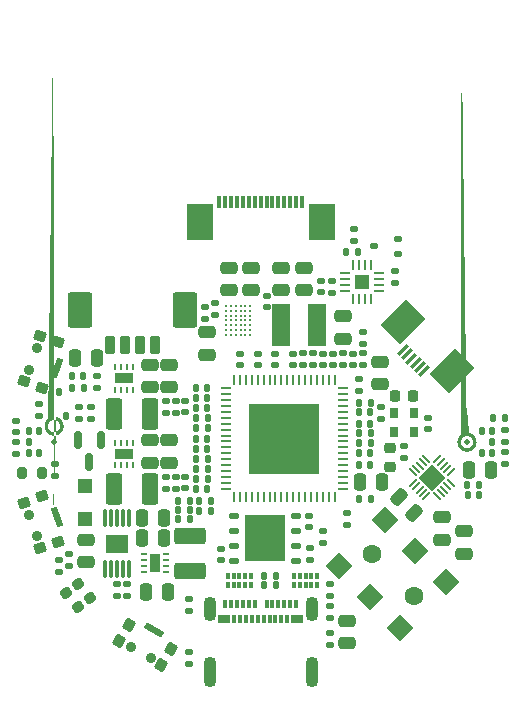
<source format=gbr>
%TF.GenerationSoftware,KiCad,Pcbnew,8.0.1*%
%TF.CreationDate,2024-05-06T13:43:09-07:00*%
%TF.ProjectId,girlvoice,6769726c-766f-4696-9365-2e6b69636164,rev?*%
%TF.SameCoordinates,Original*%
%TF.FileFunction,Soldermask,Top*%
%TF.FilePolarity,Negative*%
%FSLAX46Y46*%
G04 Gerber Fmt 4.6, Leading zero omitted, Abs format (unit mm)*
G04 Created by KiCad (PCBNEW 8.0.1) date 2024-05-06 13:43:09*
%MOMM*%
%LPD*%
G01*
G04 APERTURE LIST*
G04 Aperture macros list*
%AMRoundRect*
0 Rectangle with rounded corners*
0 $1 Rounding radius*
0 $2 $3 $4 $5 $6 $7 $8 $9 X,Y pos of 4 corners*
0 Add a 4 corners polygon primitive as box body*
4,1,4,$2,$3,$4,$5,$6,$7,$8,$9,$2,$3,0*
0 Add four circle primitives for the rounded corners*
1,1,$1+$1,$2,$3*
1,1,$1+$1,$4,$5*
1,1,$1+$1,$6,$7*
1,1,$1+$1,$8,$9*
0 Add four rect primitives between the rounded corners*
20,1,$1+$1,$2,$3,$4,$5,0*
20,1,$1+$1,$4,$5,$6,$7,0*
20,1,$1+$1,$6,$7,$8,$9,0*
20,1,$1+$1,$8,$9,$2,$3,0*%
%AMRotRect*
0 Rectangle, with rotation*
0 The origin of the aperture is its center*
0 $1 length*
0 $2 width*
0 $3 Rotation angle, in degrees counterclockwise*
0 Add horizontal line*
21,1,$1,$2,0,0,$3*%
%AMFreePoly0*
4,1,53,0.180687,1.453641,0.352314,1.393587,0.506274,1.296847,0.634847,1.168274,0.731587,1.014314,0.791641,0.842687,0.812000,0.662000,0.791641,0.481313,0.731587,0.309686,0.634847,0.155726,0.506274,0.027153,0.352314,-0.069587,0.180687,-0.129641,0.000000,-0.150000,-0.180687,-0.129641,-0.352314,-0.069587,-0.506274,0.027153,-0.634847,0.155726,-0.731587,0.309686,-0.791641,0.481313,
-0.812000,0.662000,-0.517265,0.662000,-0.496312,0.516270,-0.435151,0.382345,-0.338737,0.271077,-0.214880,0.191479,-0.073614,0.150000,0.073614,0.150000,0.214880,0.191479,0.338737,0.271077,0.435151,0.382345,0.496312,0.516270,0.517265,0.662000,0.496312,0.807730,0.435151,0.941655,0.338737,1.052923,0.214880,1.132521,0.073614,1.174000,-0.073614,1.174000,-0.214880,1.132521,
-0.338737,1.052923,-0.435151,0.941655,-0.496312,0.807730,-0.517265,0.662000,-0.812000,0.662000,-0.791641,0.842687,-0.731587,1.014314,-0.634847,1.168274,-0.506274,1.296847,-0.352314,1.393587,-0.180687,1.453641,0.000000,1.474000,0.180687,1.453641,0.180687,1.453641,$1*%
G04 Aperture macros list end*
%ADD10RoundRect,0.250001X-0.462499X-1.074999X0.462499X-1.074999X0.462499X1.074999X-0.462499X1.074999X0*%
%ADD11RoundRect,0.135000X-0.185000X0.135000X-0.185000X-0.135000X0.185000X-0.135000X0.185000X0.135000X0*%
%ADD12RoundRect,0.250000X0.250000X0.475000X-0.250000X0.475000X-0.250000X-0.475000X0.250000X-0.475000X0*%
%ADD13RoundRect,0.200000X0.200000X0.600000X-0.200000X0.600000X-0.200000X-0.600000X0.200000X-0.600000X0*%
%ADD14RoundRect,0.250001X0.799999X1.249999X-0.799999X1.249999X-0.799999X-1.249999X0.799999X-1.249999X0*%
%ADD15RoundRect,0.135000X0.135000X0.185000X-0.135000X0.185000X-0.135000X-0.185000X0.135000X-0.185000X0*%
%ADD16RoundRect,0.250000X0.512652X0.159099X0.159099X0.512652X-0.512652X-0.159099X-0.159099X-0.512652X0*%
%ADD17RoundRect,0.250000X0.475000X-0.250000X0.475000X0.250000X-0.475000X0.250000X-0.475000X-0.250000X0*%
%ADD18RoundRect,0.140000X-0.170000X0.140000X-0.170000X-0.140000X0.170000X-0.140000X0.170000X0.140000X0*%
%ADD19RoundRect,0.135000X0.185000X-0.135000X0.185000X0.135000X-0.185000X0.135000X-0.185000X-0.135000X0*%
%ADD20RoundRect,0.140000X0.170000X-0.140000X0.170000X0.140000X-0.170000X0.140000X-0.170000X-0.140000X0*%
%ADD21RoundRect,0.218750X0.218750X0.256250X-0.218750X0.256250X-0.218750X-0.256250X0.218750X-0.256250X0*%
%ADD22C,0.900000*%
%ADD23RoundRect,0.135000X-0.450724X0.171166X-0.235251X-0.420841X0.450724X-0.171166X0.235251X0.420841X0*%
%ADD24RoundRect,0.082500X-0.443391X0.655375X0.081610X-0.787053X0.443391X-0.655375X-0.081610X0.787053X0*%
%ADD25RoundRect,0.200000X-0.200000X-0.275000X0.200000X-0.275000X0.200000X0.275000X-0.200000X0.275000X0*%
%ADD26RoundRect,0.075000X-0.075000X-0.200000X0.075000X-0.200000X0.075000X0.200000X-0.075000X0.200000X0*%
%ADD27R,1.200000X1.200000*%
%ADD28RoundRect,0.135000X-0.135000X-0.185000X0.135000X-0.185000X0.135000X0.185000X-0.135000X0.185000X0*%
%ADD29C,0.500000*%
%ADD30RoundRect,0.130500X-0.130500X0.169500X-0.130500X-0.169500X0.130500X-0.169500X0.130500X0.169500X0*%
%ADD31FreePoly0,0.000000*%
%ADD32RoundRect,0.140000X0.140000X0.170000X-0.140000X0.170000X-0.140000X-0.170000X0.140000X-0.170000X0*%
%ADD33RoundRect,0.218750X0.336909X-0.002858X0.055689X0.332287X-0.336909X0.002858X-0.055689X-0.332287X0*%
%ADD34RoundRect,0.112500X-0.112500X-0.237500X0.112500X-0.237500X0.112500X0.237500X-0.112500X0.237500X0*%
%ADD35RoundRect,0.140000X-0.140000X-0.170000X0.140000X-0.170000X0.140000X0.170000X-0.140000X0.170000X0*%
%ADD36RoundRect,0.250000X-0.475000X0.250000X-0.475000X-0.250000X0.475000X-0.250000X0.475000X0.250000X0*%
%ADD37RoundRect,0.062500X0.062500X-0.187500X0.062500X0.187500X-0.062500X0.187500X-0.062500X-0.187500X0*%
%ADD38R,1.600000X0.900000*%
%ADD39C,0.320000*%
%ADD40O,0.210000X0.320000*%
%ADD41O,0.320000X0.210000*%
%ADD42RoundRect,0.125000X0.262500X0.125000X-0.262500X0.125000X-0.262500X-0.125000X0.262500X-0.125000X0*%
%ADD43R,3.400000X4.000000*%
%ADD44RoundRect,0.075000X0.075000X-0.650000X0.075000X0.650000X-0.075000X0.650000X-0.075000X-0.650000X0*%
%ADD45R,1.880000X1.570000*%
%ADD46RoundRect,0.130500X0.130500X-0.169500X0.130500X0.169500X-0.130500X0.169500X-0.130500X-0.169500X0*%
%ADD47FreePoly0,180.000000*%
%ADD48RoundRect,0.250000X-0.250000X-0.475000X0.250000X-0.475000X0.250000X0.475000X-0.250000X0.475000X0*%
%ADD49RoundRect,0.135000X-0.235251X0.420841X-0.450724X-0.171166X0.235251X-0.420841X0.450724X0.171166X0*%
%ADD50RoundRect,0.082500X0.081610X0.787053X-0.443391X-0.655375X-0.081610X-0.787053X0.443391X0.655375X0*%
%ADD51RotRect,0.300000X1.100000X135.000000*%
%ADD52RotRect,2.300000X3.100000X135.000000*%
%ADD53RoundRect,0.135000X-0.455298X-0.158599X0.090298X-0.473599X0.455298X0.158599X-0.090298X0.473599X0*%
%ADD54RoundRect,0.082500X-0.760924X0.217040X0.568424X-0.550460X0.760924X-0.217040X-0.568424X0.550460X0*%
%ADD55R,0.300000X1.100000*%
%ADD56R,2.300000X3.100000*%
%ADD57R,0.650000X0.850000*%
%ADD58C,1.600000*%
%ADD59RotRect,1.600000X1.600000X225.000000*%
%ADD60RoundRect,0.112500X0.237500X-0.112500X0.237500X0.112500X-0.237500X0.112500X-0.237500X-0.112500X0*%
%ADD61R,1.500000X3.600000*%
%ADD62R,0.300000X0.700000*%
%ADD63R,1.000000X0.700000*%
%ADD64O,1.100000X2.100000*%
%ADD65O,1.100000X2.600000*%
%ADD66RoundRect,0.062500X0.375000X0.062500X-0.375000X0.062500X-0.375000X-0.062500X0.375000X-0.062500X0*%
%ADD67RoundRect,0.062500X0.062500X0.375000X-0.062500X0.375000X-0.062500X-0.375000X0.062500X-0.375000X0*%
%ADD68R,6.000000X6.000000*%
%ADD69RoundRect,0.218750X-0.256250X0.218750X-0.256250X-0.218750X0.256250X-0.218750X0.256250X0.218750X0*%
%ADD70RoundRect,0.062500X0.187500X0.062500X-0.187500X0.062500X-0.187500X-0.062500X0.187500X-0.062500X0*%
%ADD71R,0.900000X1.600000*%
%ADD72RoundRect,0.050000X-0.229810X-0.300520X0.300520X0.229810X0.229810X0.300520X-0.300520X-0.229810X0*%
%ADD73RoundRect,0.050000X0.229810X-0.300520X0.300520X-0.229810X-0.229810X0.300520X-0.300520X0.229810X0*%
%ADD74RotRect,1.650000X1.650000X45.000000*%
%ADD75RoundRect,0.150000X-0.150000X0.587500X-0.150000X-0.587500X0.150000X-0.587500X0.150000X0.587500X0*%
%ADD76RoundRect,0.250001X1.074999X-0.462499X1.074999X0.462499X-1.074999X0.462499X-1.074999X-0.462499X0*%
%ADD77RoundRect,0.062500X-0.062500X0.350000X-0.062500X-0.350000X0.062500X-0.350000X0.062500X0.350000X0*%
%ADD78RoundRect,0.062500X-0.350000X0.062500X-0.350000X-0.062500X0.350000X-0.062500X0.350000X0.062500X0*%
%ADD79R,1.230000X1.230000*%
G04 APERTURE END LIST*
D10*
%TO.C,L2*%
X87612500Y-97600000D03*
X90587500Y-97600000D03*
%TD*%
D11*
%TO.C,R7*%
X108650000Y-90640000D03*
X108650000Y-91660000D03*
%TD*%
D12*
%TO.C,C8*%
X86150000Y-92900000D03*
X84250000Y-92900000D03*
%TD*%
D13*
%TO.C,J2*%
X91025000Y-91750000D03*
X89775000Y-91750000D03*
X88525000Y-91750000D03*
X87275000Y-91750000D03*
D14*
X93575000Y-88850000D03*
X84725000Y-88850000D03*
%TD*%
D15*
%TO.C,R50*%
X95810000Y-104950000D03*
X94790000Y-104950000D03*
%TD*%
D16*
%TO.C,C49*%
X113021751Y-106021751D03*
X111678249Y-104678249D03*
%TD*%
D17*
%TO.C,C50*%
X117200000Y-109450000D03*
X117200000Y-107550000D03*
%TD*%
D18*
%TO.C,C23*%
X93600000Y-102970000D03*
X93600000Y-103930000D03*
%TD*%
D17*
%TO.C,C39*%
X85200000Y-110150000D03*
X85200000Y-108250000D03*
%TD*%
D19*
%TO.C,R26*%
X106000000Y-87360000D03*
X106000000Y-86340000D03*
%TD*%
D20*
%TO.C,C28*%
X99750000Y-93480000D03*
X99750000Y-92520000D03*
%TD*%
D12*
%TO.C,C42*%
X91850000Y-108100000D03*
X89950000Y-108100000D03*
%TD*%
D18*
%TO.C,C32*%
X114150000Y-97920000D03*
X114150000Y-98880000D03*
%TD*%
D21*
%TO.C,D5*%
X112937500Y-96100000D03*
X111362500Y-96100000D03*
%TD*%
D22*
%TO.C,SW3*%
X80361761Y-106140315D03*
X81028700Y-107972715D03*
D23*
X81450614Y-104600014D03*
X82852895Y-108452754D03*
X79947105Y-105147246D03*
X81349386Y-108999986D03*
D24*
X82739062Y-106312622D03*
%TD*%
D20*
%TO.C,C41*%
X105100000Y-87330000D03*
X105100000Y-86370000D03*
%TD*%
D10*
%TO.C,L1*%
X87612500Y-103950000D03*
X90587500Y-103950000D03*
%TD*%
D25*
%TO.C,R35*%
X79825000Y-102650000D03*
X81475000Y-102650000D03*
%TD*%
D11*
%TO.C,R4*%
X105250000Y-107490000D03*
X105250000Y-108510000D03*
%TD*%
D19*
%TO.C,R27*%
X88700000Y-113010000D03*
X88700000Y-111990000D03*
%TD*%
%TO.C,R28*%
X107900000Y-83010000D03*
X107900000Y-81990000D03*
%TD*%
D26*
%TO.C,U10*%
X97200000Y-112085000D03*
X97700000Y-112085000D03*
X98200000Y-112085000D03*
X98700000Y-112085000D03*
X99200000Y-112085000D03*
X99200000Y-111315000D03*
X98700000Y-111315000D03*
X98200000Y-111315000D03*
X97700000Y-111315000D03*
X97200000Y-111315000D03*
%TD*%
D27*
%TO.C,D4*%
X85150000Y-103725000D03*
X85150000Y-106525000D03*
%TD*%
D28*
%TO.C,R2*%
X94490000Y-98000000D03*
X95510000Y-98000000D03*
%TD*%
D19*
%TO.C,R10*%
X85600000Y-98010000D03*
X85600000Y-96990000D03*
%TD*%
D11*
%TO.C,R34*%
X96150000Y-88190000D03*
X96150000Y-89210000D03*
%TD*%
D20*
%TO.C,C9*%
X98250000Y-93480000D03*
X98250000Y-92520000D03*
%TD*%
%TO.C,C54*%
X79300000Y-99180000D03*
X79300000Y-98220000D03*
%TD*%
D18*
%TO.C,C31*%
X82550000Y-101870000D03*
X82550000Y-102830000D03*
%TD*%
D29*
%TO.C,MK2*%
X117500000Y-100000000D03*
D30*
X119574000Y-99100000D03*
X118752000Y-99100000D03*
D31*
X117500000Y-100662000D03*
D30*
X118752000Y-100900000D03*
X119574000Y-100900000D03*
X119574000Y-100000000D03*
%TD*%
D19*
%TO.C,R41*%
X104400000Y-93510000D03*
X104400000Y-92490000D03*
%TD*%
D32*
%TO.C,C11*%
X95480000Y-97150000D03*
X94520000Y-97150000D03*
%TD*%
D20*
%TO.C,C27*%
X101250000Y-93480000D03*
X101250000Y-92520000D03*
%TD*%
D32*
%TO.C,C10*%
X95480000Y-95450000D03*
X94520000Y-95450000D03*
%TD*%
D18*
%TO.C,C55*%
X120700000Y-100870000D03*
X120700000Y-101830000D03*
%TD*%
D17*
%TO.C,C35*%
X90600000Y-95350000D03*
X90600000Y-93450000D03*
%TD*%
D11*
%TO.C,R15*%
X92800000Y-102940000D03*
X92800000Y-103960000D03*
%TD*%
D19*
%TO.C,R39*%
X105850000Y-113060000D03*
X105850000Y-112040000D03*
%TD*%
D32*
%TO.C,C20*%
X95480000Y-96300000D03*
X94520000Y-96300000D03*
%TD*%
D33*
%TO.C,D2*%
X85506195Y-113203260D03*
X84493805Y-111996740D03*
%TD*%
D11*
%TO.C,R19*%
X92000000Y-96490000D03*
X92000000Y-97510000D03*
%TD*%
%TO.C,R13*%
X81200000Y-96790000D03*
X81200000Y-97810000D03*
%TD*%
D17*
%TO.C,C26*%
X90600000Y-101750000D03*
X90600000Y-99850000D03*
%TD*%
D34*
%TO.C,D1*%
X82250000Y-97800000D03*
X83550000Y-97800000D03*
X82900000Y-95800000D03*
%TD*%
D20*
%TO.C,C24*%
X112100000Y-101330000D03*
X112100000Y-100370000D03*
%TD*%
D35*
%TO.C,C30*%
X108320000Y-100950000D03*
X109280000Y-100950000D03*
%TD*%
D11*
%TO.C,R32*%
X82950000Y-109990000D03*
X82950000Y-111010000D03*
%TD*%
D36*
%TO.C,C15*%
X95450000Y-90700000D03*
X95450000Y-92600000D03*
%TD*%
D26*
%TO.C,U11*%
X102800000Y-112085000D03*
X103300000Y-112085000D03*
X103800000Y-112085000D03*
X104300000Y-112085000D03*
X104800000Y-112085000D03*
X104800000Y-111315000D03*
X104300000Y-111315000D03*
X103800000Y-111315000D03*
X103300000Y-111315000D03*
X102800000Y-111315000D03*
%TD*%
D15*
%TO.C,R49*%
X95810000Y-105800000D03*
X94790000Y-105800000D03*
%TD*%
D28*
%TO.C,R22*%
X92990000Y-105750000D03*
X94010000Y-105750000D03*
%TD*%
D32*
%TO.C,C17*%
X84980000Y-94400000D03*
X84020000Y-94400000D03*
%TD*%
D37*
%TO.C,U3*%
X87700000Y-101950000D03*
X88200000Y-101950000D03*
X88700000Y-101950000D03*
X89200000Y-101950000D03*
X89200000Y-100050000D03*
X88700000Y-100050000D03*
X88200000Y-100050000D03*
X87700000Y-100050000D03*
D38*
X88450000Y-101000000D03*
%TD*%
D11*
%TO.C,R45*%
X93900000Y-113290000D03*
X93900000Y-114310000D03*
%TD*%
D39*
%TO.C,U7*%
X99100000Y-90900000D03*
X98700000Y-90900000D03*
X98300000Y-90900000D03*
D40*
X97900000Y-90900000D03*
X97500000Y-90900000D03*
D39*
X97100000Y-90900000D03*
D41*
X99100000Y-90500000D03*
D39*
X98700000Y-90500000D03*
X98300000Y-90500000D03*
X97900000Y-90500000D03*
X97500000Y-90500000D03*
D41*
X97100000Y-90500000D03*
X99100000Y-90100000D03*
X98700000Y-90100000D03*
D39*
X98300000Y-90100000D03*
X97900000Y-90100000D03*
X97500000Y-90100000D03*
D41*
X97100000Y-90100000D03*
X99100000Y-89700000D03*
X98700000Y-89700000D03*
D39*
X98300000Y-89700000D03*
X97900000Y-89700000D03*
X97500000Y-89700000D03*
X97100000Y-89700000D03*
X99100000Y-89300000D03*
X98700000Y-89300000D03*
X98300000Y-89300000D03*
X97900000Y-89300000D03*
X97500000Y-89300000D03*
X97100000Y-89300000D03*
X99100000Y-88900000D03*
X98700000Y-88900000D03*
X98300000Y-88900000D03*
X97900000Y-88900000D03*
X97500000Y-88900000D03*
X97100000Y-88900000D03*
X99100000Y-88500000D03*
X98700000Y-88500000D03*
D40*
X98300000Y-88500000D03*
X97900000Y-88500000D03*
D39*
X97500000Y-88500000D03*
X97100000Y-88500000D03*
%TD*%
D42*
%TO.C,U2*%
X103025000Y-110030000D03*
X103025000Y-108760000D03*
X103025000Y-107490000D03*
X103025000Y-106220000D03*
X97700000Y-106220000D03*
X97700000Y-107490000D03*
X97700000Y-108760000D03*
X97700000Y-110030000D03*
D43*
X100362500Y-108125000D03*
%TD*%
D17*
%TO.C,C38*%
X92250000Y-95350000D03*
X92250000Y-93450000D03*
%TD*%
D44*
%TO.C,U8*%
X86830000Y-110760000D03*
X87330000Y-110760000D03*
X87830000Y-110760000D03*
X88330000Y-110760000D03*
X88830000Y-110760000D03*
X88830000Y-106460000D03*
X88330000Y-106460000D03*
X87830000Y-106460000D03*
X87330000Y-106460000D03*
X86830000Y-106460000D03*
D45*
X87830000Y-108610000D03*
%TD*%
D19*
%TO.C,R20*%
X108650000Y-93510000D03*
X108650000Y-92490000D03*
%TD*%
%TO.C,R52*%
X110200000Y-98010000D03*
X110200000Y-96990000D03*
%TD*%
%TO.C,R43*%
X79300000Y-101010000D03*
X79300000Y-99990000D03*
%TD*%
D33*
%TO.C,D3*%
X84506196Y-114003259D03*
X83493804Y-112796741D03*
%TD*%
D15*
%TO.C,R30*%
X108260000Y-83900000D03*
X107240000Y-83900000D03*
%TD*%
D19*
%TO.C,R14*%
X86100000Y-95410000D03*
X86100000Y-94390000D03*
%TD*%
D12*
%TO.C,C43*%
X91850000Y-106450000D03*
X89950000Y-106450000D03*
%TD*%
D11*
%TO.C,R11*%
X84600000Y-96990000D03*
X84600000Y-98010000D03*
%TD*%
D28*
%TO.C,R3*%
X94490000Y-98850000D03*
X95510000Y-98850000D03*
%TD*%
D29*
%TO.C,MK1*%
X82500000Y-100000000D03*
D46*
X80426000Y-100900000D03*
X81248000Y-100900000D03*
D47*
X82500000Y-99338000D03*
D46*
X81248000Y-99100000D03*
X80426000Y-99100000D03*
X80426000Y-100000000D03*
%TD*%
D32*
%TO.C,C19*%
X95480000Y-103950000D03*
X94520000Y-103950000D03*
%TD*%
D48*
%TO.C,C6*%
X117600000Y-102350000D03*
X119500000Y-102350000D03*
%TD*%
D32*
%TO.C,C18*%
X95480000Y-100550000D03*
X94520000Y-100550000D03*
%TD*%
D20*
%TO.C,C25*%
X102750000Y-93480000D03*
X102750000Y-92520000D03*
%TD*%
D19*
%TO.C,R6*%
X107300000Y-107010000D03*
X107300000Y-105990000D03*
%TD*%
D28*
%TO.C,R23*%
X92990000Y-106550000D03*
X94010000Y-106550000D03*
%TD*%
%TO.C,R47*%
X100290000Y-112100000D03*
X101310000Y-112100000D03*
%TD*%
D17*
%TO.C,C13*%
X99200000Y-87150000D03*
X99200000Y-85250000D03*
%TD*%
D22*
%TO.C,SW1*%
X81028700Y-92027285D03*
X80361761Y-93859685D03*
D49*
X82852895Y-91547246D03*
X81450612Y-95399986D03*
X81349388Y-91000014D03*
X79947105Y-94852754D03*
D50*
X82739062Y-93687379D03*
%TD*%
D18*
%TO.C,C1*%
X104050000Y-106270000D03*
X104050000Y-107230000D03*
%TD*%
D35*
%TO.C,C4*%
X108320000Y-97450000D03*
X109280000Y-97450000D03*
%TD*%
D51*
%TO.C,J3*%
X113829289Y-93988478D03*
X113475736Y-93634924D03*
X113122183Y-93281371D03*
X112768629Y-92927817D03*
X112415076Y-92574264D03*
X112061522Y-92220711D03*
D52*
X116212239Y-93967264D03*
X112082736Y-89837761D03*
%TD*%
D11*
%TO.C,R44*%
X120700000Y-98990000D03*
X120700000Y-100010000D03*
%TD*%
D19*
%TO.C,R5*%
X105850000Y-114910000D03*
X105850000Y-113890000D03*
%TD*%
D20*
%TO.C,C16*%
X96600000Y-109980000D03*
X96600000Y-109020000D03*
%TD*%
D36*
%TO.C,C22*%
X107000000Y-89350000D03*
X107000000Y-91250000D03*
%TD*%
D17*
%TO.C,C14*%
X97300000Y-87150000D03*
X97300000Y-85250000D03*
%TD*%
D19*
%TO.C,R37*%
X93900000Y-118810000D03*
X93900000Y-117790000D03*
%TD*%
D18*
%TO.C,C34*%
X93600000Y-96520000D03*
X93600000Y-97480000D03*
%TD*%
D22*
%TO.C,SW2*%
X88993125Y-117327934D03*
X90681874Y-118302933D03*
D53*
X88837147Y-115448094D03*
X92387851Y-117498094D03*
X88037147Y-116833734D03*
X91587851Y-118883734D03*
D54*
X90924998Y-115931828D03*
%TD*%
D32*
%TO.C,C51*%
X109305000Y-104850000D03*
X108345000Y-104850000D03*
%TD*%
D35*
%TO.C,C5*%
X108320000Y-98450000D03*
X109280000Y-98450000D03*
%TD*%
D28*
%TO.C,R40*%
X119640000Y-97950000D03*
X120660000Y-97950000D03*
%TD*%
D35*
%TO.C,C47*%
X117520000Y-104500000D03*
X118480000Y-104500000D03*
%TD*%
D36*
%TO.C,C33*%
X107300000Y-115150000D03*
X107300000Y-117050000D03*
%TD*%
D20*
%TO.C,C7*%
X105250000Y-93480000D03*
X105250000Y-92520000D03*
%TD*%
D17*
%TO.C,C46*%
X103660000Y-87150000D03*
X103660000Y-85250000D03*
%TD*%
D55*
%TO.C,J1*%
X96500000Y-79675000D03*
X97000000Y-79675000D03*
X97500000Y-79675000D03*
X98000000Y-79675000D03*
X98500000Y-79675000D03*
X99000000Y-79675000D03*
X99500000Y-79675000D03*
X100000000Y-79675000D03*
X100500000Y-79675000D03*
X101000000Y-79675000D03*
X101500000Y-79675000D03*
X102000000Y-79675000D03*
X102500000Y-79675000D03*
X103000000Y-79675000D03*
X103500000Y-79675000D03*
D56*
X94830000Y-81325000D03*
X105170000Y-81325000D03*
%TD*%
D32*
%TO.C,C21*%
X95480000Y-99700000D03*
X94520000Y-99700000D03*
%TD*%
D57*
%TO.C,U5*%
X112975000Y-97575000D03*
X111325000Y-97575000D03*
X111325000Y-99125000D03*
X112975000Y-99125000D03*
%TD*%
D12*
%TO.C,C52*%
X110300000Y-103375000D03*
X108400000Y-103375000D03*
%TD*%
D19*
%TO.C,R42*%
X103600000Y-93510000D03*
X103600000Y-92490000D03*
%TD*%
D11*
%TO.C,R18*%
X92800000Y-96490000D03*
X92800000Y-97510000D03*
%TD*%
D17*
%TO.C,C45*%
X101750000Y-87150000D03*
X101750000Y-85250000D03*
%TD*%
D58*
%TO.C,J8*%
X112998478Y-112998478D03*
X109462944Y-109462944D03*
D59*
X109215456Y-113104544D03*
X106599161Y-110488249D03*
X115720839Y-111831751D03*
X111831751Y-115720839D03*
X113104544Y-109215456D03*
X110488249Y-106599161D03*
%TD*%
D60*
%TO.C,Q1*%
X111625000Y-84072500D03*
X111625000Y-82772500D03*
X109625000Y-83422500D03*
%TD*%
D28*
%TO.C,R8*%
X108290000Y-96650000D03*
X109310000Y-96650000D03*
%TD*%
D36*
%TO.C,C53*%
X115350000Y-106350000D03*
X115350000Y-108250000D03*
%TD*%
D11*
%TO.C,R33*%
X95250000Y-88540000D03*
X95250000Y-89560000D03*
%TD*%
D61*
%TO.C,L4*%
X101725000Y-90050000D03*
X104775000Y-90050000D03*
%TD*%
D62*
%TO.C,J7*%
X97000000Y-113685000D03*
X97500000Y-113685000D03*
X98000000Y-113685000D03*
X98500000Y-113685000D03*
X99000000Y-113685000D03*
X99500000Y-113685000D03*
X100500000Y-113685000D03*
X101000000Y-113685000D03*
X101500000Y-113685000D03*
X102000000Y-113685000D03*
X102500000Y-113685000D03*
X103000000Y-113685000D03*
D63*
X103100000Y-114985000D03*
D62*
X102250000Y-114985000D03*
X101750000Y-114985000D03*
X101250000Y-114985000D03*
X100750000Y-114985000D03*
X100250000Y-114985000D03*
X99750000Y-114985000D03*
X99250000Y-114985000D03*
X98750000Y-114985000D03*
X98250000Y-114985000D03*
X97750000Y-114985000D03*
D63*
X96900000Y-114985000D03*
D64*
X95680000Y-114095000D03*
D65*
X95680000Y-119455000D03*
D64*
X104320000Y-114095000D03*
D65*
X104320000Y-119455000D03*
%TD*%
D20*
%TO.C,C36*%
X107800000Y-93480000D03*
X107800000Y-92520000D03*
%TD*%
D19*
%TO.C,R21*%
X106950000Y-93510000D03*
X106950000Y-92490000D03*
%TD*%
%TO.C,R46*%
X105850000Y-117210000D03*
X105850000Y-116190000D03*
%TD*%
D15*
%TO.C,R12*%
X85010000Y-95400000D03*
X83990000Y-95400000D03*
%TD*%
D11*
%TO.C,R16*%
X92000000Y-102940000D03*
X92000000Y-103960000D03*
%TD*%
D66*
%TO.C,U1*%
X106937500Y-103950000D03*
X106937500Y-103450000D03*
X106937500Y-102950000D03*
X106937500Y-102450000D03*
X106937500Y-101950000D03*
X106937500Y-101450000D03*
X106937500Y-100950000D03*
X106937500Y-100450000D03*
X106937500Y-99950000D03*
X106937500Y-99450000D03*
X106937500Y-98950000D03*
X106937500Y-98450000D03*
X106937500Y-97950000D03*
X106937500Y-97450000D03*
X106937500Y-96950000D03*
X106937500Y-96450000D03*
X106937500Y-95950000D03*
X106937500Y-95450000D03*
D67*
X106250000Y-94762500D03*
X105750000Y-94762500D03*
X105250000Y-94762500D03*
X104750000Y-94762500D03*
X104250000Y-94762500D03*
X103750000Y-94762500D03*
X103250000Y-94762500D03*
X102750000Y-94762500D03*
X102250000Y-94762500D03*
X101750000Y-94762500D03*
X101250000Y-94762500D03*
X100750000Y-94762500D03*
X100250000Y-94762500D03*
X99750000Y-94762500D03*
X99250000Y-94762500D03*
X98750000Y-94762500D03*
X98250000Y-94762500D03*
X97750000Y-94762500D03*
D66*
X97062500Y-95450000D03*
X97062500Y-95950000D03*
X97062500Y-96450000D03*
X97062500Y-96950000D03*
X97062500Y-97450000D03*
X97062500Y-97950000D03*
X97062500Y-98450000D03*
X97062500Y-98950000D03*
X97062500Y-99450000D03*
X97062500Y-99950000D03*
X97062500Y-100450000D03*
X97062500Y-100950000D03*
X97062500Y-101450000D03*
X97062500Y-101950000D03*
X97062500Y-102450000D03*
X97062500Y-102950000D03*
X97062500Y-103450000D03*
X97062500Y-103950000D03*
D67*
X97750000Y-104637500D03*
X98250000Y-104637500D03*
X98750000Y-104637500D03*
X99250000Y-104637500D03*
X99750000Y-104637500D03*
X100250000Y-104637500D03*
X100750000Y-104637500D03*
X101250000Y-104637500D03*
X101750000Y-104637500D03*
X102250000Y-104637500D03*
X102750000Y-104637500D03*
X103250000Y-104637500D03*
X103750000Y-104637500D03*
X104250000Y-104637500D03*
X104750000Y-104637500D03*
X105250000Y-104637500D03*
X105750000Y-104637500D03*
X106250000Y-104637500D03*
D68*
X102000000Y-99700000D03*
%TD*%
D69*
%TO.C,FB1*%
X110950000Y-100512500D03*
X110950000Y-102087500D03*
%TD*%
D11*
%TO.C,R25*%
X111400000Y-85490000D03*
X111400000Y-86510000D03*
%TD*%
D15*
%TO.C,R51*%
X95510000Y-103100000D03*
X94490000Y-103100000D03*
%TD*%
D37*
%TO.C,U4*%
X87685000Y-95550000D03*
X88185000Y-95550000D03*
X88685000Y-95550000D03*
X89185000Y-95550000D03*
X89185000Y-93650000D03*
X88685000Y-93650000D03*
X88185000Y-93650000D03*
X87685000Y-93650000D03*
D38*
X88435000Y-94600000D03*
%TD*%
D28*
%TO.C,R38*%
X117465000Y-103625000D03*
X118485000Y-103625000D03*
%TD*%
%TO.C,R48*%
X100290000Y-111300000D03*
X101310000Y-111300000D03*
%TD*%
D70*
%TO.C,U6*%
X92000000Y-111000000D03*
X92000000Y-110500000D03*
X92000000Y-110000000D03*
X92000000Y-109500000D03*
X90100000Y-109500000D03*
X90100000Y-110000000D03*
X90100000Y-110500000D03*
X90100000Y-111000000D03*
D71*
X91050000Y-110250000D03*
%TD*%
D28*
%TO.C,R17*%
X108290000Y-99250000D03*
X109310000Y-99250000D03*
%TD*%
D11*
%TO.C,R31*%
X83800000Y-109490000D03*
X83800000Y-110510000D03*
%TD*%
D48*
%TO.C,C12*%
X90250000Y-112700000D03*
X92150000Y-112700000D03*
%TD*%
D28*
%TO.C,R1*%
X94490000Y-101400000D03*
X95510000Y-101400000D03*
%TD*%
D72*
%TO.C,U12*%
X112899391Y-103468629D03*
X113182233Y-103751472D03*
X113465076Y-104034315D03*
X113747919Y-104317158D03*
X114030762Y-104600000D03*
D73*
X114950000Y-104600000D03*
X115232843Y-104317158D03*
X115515686Y-104034315D03*
X115798529Y-103751472D03*
X116081371Y-103468629D03*
D72*
X116081371Y-102549391D03*
X115798529Y-102266548D03*
X115515686Y-101983705D03*
X115232843Y-101700862D03*
X114950000Y-101418020D03*
D73*
X114030762Y-101418020D03*
X113747919Y-101700862D03*
X113465076Y-101983705D03*
X113182233Y-102266548D03*
X112899391Y-102549391D03*
D74*
X114490381Y-103009010D03*
%TD*%
D75*
%TO.C,Q2*%
X86445000Y-99792500D03*
X84545000Y-99792500D03*
X85495000Y-101667500D03*
%TD*%
D28*
%TO.C,R36*%
X108290000Y-100100000D03*
X109310000Y-100100000D03*
%TD*%
D35*
%TO.C,C40*%
X93020000Y-104950000D03*
X93980000Y-104950000D03*
%TD*%
%TO.C,C2*%
X108320000Y-101950000D03*
X109280000Y-101950000D03*
%TD*%
D19*
%TO.C,R24*%
X87800000Y-113010000D03*
X87800000Y-111990000D03*
%TD*%
D20*
%TO.C,C44*%
X100500000Y-88580000D03*
X100500000Y-87620000D03*
%TD*%
D76*
%TO.C,L3*%
X94000000Y-110887500D03*
X94000000Y-107912500D03*
%TD*%
D17*
%TO.C,C29*%
X92250000Y-101750000D03*
X92250000Y-99850000D03*
%TD*%
D36*
%TO.C,C3*%
X110125000Y-93200000D03*
X110125000Y-95100000D03*
%TD*%
D77*
%TO.C,U9*%
X109350000Y-85025000D03*
X108850000Y-85025000D03*
X108350000Y-85025000D03*
X107850000Y-85025000D03*
D78*
X107162500Y-85712500D03*
X107162500Y-86212500D03*
X107162500Y-86712500D03*
X107162500Y-87212500D03*
D77*
X107850000Y-87900000D03*
X108350000Y-87900000D03*
X108850000Y-87900000D03*
X109350000Y-87900000D03*
D78*
X110037500Y-87212500D03*
X110037500Y-86712500D03*
X110037500Y-86212500D03*
X110037500Y-85712500D03*
D79*
X108600000Y-86462500D03*
%TD*%
D28*
%TO.C,R53*%
X94490000Y-102250000D03*
X95510000Y-102250000D03*
%TD*%
D19*
%TO.C,R29*%
X108350000Y-95710000D03*
X108350000Y-94690000D03*
%TD*%
%TO.C,R9*%
X104200000Y-109960000D03*
X104200000Y-108940000D03*
%TD*%
D20*
%TO.C,C37*%
X106100000Y-93480000D03*
X106100000Y-92520000D03*
%TD*%
M02*

</source>
